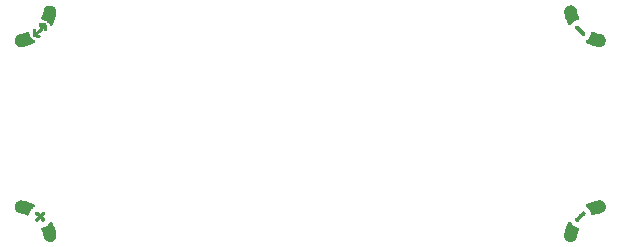
<source format=gbo>
%TF.GenerationSoftware,KiCad,Pcbnew,8.0.2-1*%
%TF.CreationDate,2024-12-23T20:39:15+00:00*%
%TF.ProjectId,jacdac-slider-MH-0.1,6a616364-6163-42d7-936c-696465722d4d,v0.1*%
%TF.SameCoordinates,PX8d24d00PY36d6160*%
%TF.FileFunction,Legend,Bot*%
%TF.FilePolarity,Positive*%
%FSLAX46Y46*%
G04 Gerber Fmt 4.6, Leading zero omitted, Abs format (unit mm)*
G04 Created by KiCad (PCBNEW 8.0.2-1) date 2024-12-23 20:39:15*
%MOMM*%
%LPD*%
G01*
G04 APERTURE LIST*
%ADD10C,0.010000*%
G04 APERTURE END LIST*
D10*
%TO.C,MH2*%
X22075573Y9972893D02*
X22135191Y9965198D01*
X22192985Y9950386D01*
X22196802Y9949124D01*
X22252860Y9926210D01*
X22305810Y9896410D01*
X22354965Y9860395D01*
X22399639Y9818832D01*
X22439146Y9772389D01*
X22472799Y9721736D01*
X22499912Y9667540D01*
X22508586Y9645531D01*
X22513136Y9631242D01*
X22518667Y9611020D01*
X22524714Y9586736D01*
X22530811Y9560260D01*
X22536492Y9533466D01*
X22536580Y9533027D01*
X22558207Y9433298D01*
X22581798Y9339530D01*
X22607914Y9249875D01*
X22637115Y9162480D01*
X22669961Y9075497D01*
X22689513Y9027800D01*
X22703193Y8993292D01*
X22712569Y8964460D01*
X22717694Y8940343D01*
X22718622Y8919985D01*
X22715407Y8902426D01*
X22708102Y8886706D01*
X22698151Y8873426D01*
X22689201Y8864161D01*
X22679491Y8856495D01*
X22667635Y8849759D01*
X22652243Y8843283D01*
X22631930Y8836396D01*
X22605307Y8828429D01*
X22604421Y8828173D01*
X22547630Y8810489D01*
X22495899Y8791444D01*
X22446356Y8769917D01*
X22413295Y8753723D01*
X22338161Y8710985D01*
X22266583Y8661461D01*
X22199287Y8605781D01*
X22137002Y8544577D01*
X22080455Y8478480D01*
X22052693Y8441159D01*
X22030760Y8412361D01*
X22010426Y8390610D01*
X21990965Y8375365D01*
X21971648Y8366085D01*
X21951751Y8362226D01*
X21946586Y8362045D01*
X21928035Y8363933D01*
X21911301Y8370266D01*
X21895676Y8381703D01*
X21880451Y8398902D01*
X21864916Y8422524D01*
X21848365Y8453227D01*
X21848208Y8453538D01*
X21790811Y8575127D01*
X21737384Y8702775D01*
X21688265Y8835485D01*
X21643791Y8972261D01*
X21604300Y9112105D01*
X21570128Y9254019D01*
X21557715Y9312659D01*
X21546908Y9372136D01*
X21539995Y9425270D01*
X21536938Y9472612D01*
X21537699Y9514715D01*
X21541569Y9548302D01*
X21556062Y9611737D01*
X21577438Y9671519D01*
X21605459Y9727297D01*
X21639884Y9778723D01*
X21680475Y9825445D01*
X21726992Y9867113D01*
X21779197Y9903378D01*
X21787507Y9908332D01*
X21840222Y9934627D01*
X21896454Y9954337D01*
X21955136Y9967356D01*
X22015199Y9973577D01*
X22075573Y9972893D01*
G36*
X22075573Y9972893D02*
G01*
X22135191Y9965198D01*
X22192985Y9950386D01*
X22196802Y9949124D01*
X22252860Y9926210D01*
X22305810Y9896410D01*
X22354965Y9860395D01*
X22399639Y9818832D01*
X22439146Y9772389D01*
X22472799Y9721736D01*
X22499912Y9667540D01*
X22508586Y9645531D01*
X22513136Y9631242D01*
X22518667Y9611020D01*
X22524714Y9586736D01*
X22530811Y9560260D01*
X22536492Y9533466D01*
X22536580Y9533027D01*
X22558207Y9433298D01*
X22581798Y9339530D01*
X22607914Y9249875D01*
X22637115Y9162480D01*
X22669961Y9075497D01*
X22689513Y9027800D01*
X22703193Y8993292D01*
X22712569Y8964460D01*
X22717694Y8940343D01*
X22718622Y8919985D01*
X22715407Y8902426D01*
X22708102Y8886706D01*
X22698151Y8873426D01*
X22689201Y8864161D01*
X22679491Y8856495D01*
X22667635Y8849759D01*
X22652243Y8843283D01*
X22631930Y8836396D01*
X22605307Y8828429D01*
X22604421Y8828173D01*
X22547630Y8810489D01*
X22495899Y8791444D01*
X22446356Y8769917D01*
X22413295Y8753723D01*
X22338161Y8710985D01*
X22266583Y8661461D01*
X22199287Y8605781D01*
X22137002Y8544577D01*
X22080455Y8478480D01*
X22052693Y8441159D01*
X22030760Y8412361D01*
X22010426Y8390610D01*
X21990965Y8375365D01*
X21971648Y8366085D01*
X21951751Y8362226D01*
X21946586Y8362045D01*
X21928035Y8363933D01*
X21911301Y8370266D01*
X21895676Y8381703D01*
X21880451Y8398902D01*
X21864916Y8422524D01*
X21848365Y8453227D01*
X21848208Y8453538D01*
X21790811Y8575127D01*
X21737384Y8702775D01*
X21688265Y8835485D01*
X21643791Y8972261D01*
X21604300Y9112105D01*
X21570128Y9254019D01*
X21557715Y9312659D01*
X21546908Y9372136D01*
X21539995Y9425270D01*
X21536938Y9472612D01*
X21537699Y9514715D01*
X21541569Y9548302D01*
X21556062Y9611737D01*
X21577438Y9671519D01*
X21605459Y9727297D01*
X21639884Y9778723D01*
X21680475Y9825445D01*
X21726992Y9867113D01*
X21779197Y9903378D01*
X21787507Y9908332D01*
X21840222Y9934627D01*
X21896454Y9954337D01*
X21955136Y9967356D01*
X22015199Y9973577D01*
X22075573Y9972893D01*
G37*
X22608844Y8267212D02*
X22615711Y8266613D01*
X22622290Y8265571D01*
X22628936Y8263774D01*
X22636007Y8260908D01*
X22643860Y8256661D01*
X22652852Y8250722D01*
X22663341Y8242777D01*
X22675684Y8232513D01*
X22690237Y8219620D01*
X22707358Y8203783D01*
X22727405Y8184691D01*
X22750734Y8162031D01*
X22777702Y8135491D01*
X22808667Y8104758D01*
X22843986Y8069519D01*
X22884017Y8029463D01*
X22929115Y7984277D01*
X22955366Y7957969D01*
X23001819Y7911408D01*
X23042986Y7870112D01*
X23079194Y7833736D01*
X23110774Y7801934D01*
X23138052Y7774362D01*
X23161358Y7750674D01*
X23181019Y7730524D01*
X23197365Y7713568D01*
X23210723Y7699460D01*
X23221422Y7687854D01*
X23229791Y7678405D01*
X23236157Y7670768D01*
X23240850Y7664598D01*
X23244197Y7659549D01*
X23246528Y7655275D01*
X23248169Y7651433D01*
X23248939Y7649255D01*
X23255659Y7617723D01*
X23255054Y7586813D01*
X23247521Y7557592D01*
X23233460Y7531124D01*
X23213269Y7508476D01*
X23190255Y7492276D01*
X23179441Y7486691D01*
X23169929Y7483227D01*
X23159213Y7481389D01*
X23144790Y7480677D01*
X23131442Y7480583D01*
X23111902Y7480927D01*
X23097720Y7482240D01*
X23086338Y7484946D01*
X23075194Y7489466D01*
X23073895Y7490082D01*
X23069465Y7492747D01*
X23063134Y7497509D01*
X23054599Y7504660D01*
X23043561Y7514488D01*
X23029718Y7527286D01*
X23012767Y7543344D01*
X22992409Y7562952D01*
X22968340Y7586402D01*
X22940261Y7613983D01*
X22907869Y7645988D01*
X22870864Y7682705D01*
X22828943Y7724427D01*
X22781805Y7771443D01*
X22771448Y7781785D01*
X22724631Y7828559D01*
X22683126Y7870084D01*
X22646606Y7906699D01*
X22614746Y7938745D01*
X22587220Y7966558D01*
X22563701Y7990479D01*
X22543864Y8010847D01*
X22527383Y8028000D01*
X22513931Y8042278D01*
X22503183Y8054020D01*
X22494812Y8063564D01*
X22488493Y8071250D01*
X22483900Y8077416D01*
X22480706Y8082402D01*
X22478759Y8086158D01*
X22470234Y8111722D01*
X22466506Y8138819D01*
X22467883Y8164430D01*
X22469884Y8173410D01*
X22482124Y8203438D01*
X22500026Y8228416D01*
X22522803Y8247781D01*
X22549667Y8260966D01*
X22579830Y8267408D01*
X22601329Y8267680D01*
X22608844Y8267212D01*
G36*
X22608844Y8267212D02*
G01*
X22615711Y8266613D01*
X22622290Y8265571D01*
X22628936Y8263774D01*
X22636007Y8260908D01*
X22643860Y8256661D01*
X22652852Y8250722D01*
X22663341Y8242777D01*
X22675684Y8232513D01*
X22690237Y8219620D01*
X22707358Y8203783D01*
X22727405Y8184691D01*
X22750734Y8162031D01*
X22777702Y8135491D01*
X22808667Y8104758D01*
X22843986Y8069519D01*
X22884017Y8029463D01*
X22929115Y7984277D01*
X22955366Y7957969D01*
X23001819Y7911408D01*
X23042986Y7870112D01*
X23079194Y7833736D01*
X23110774Y7801934D01*
X23138052Y7774362D01*
X23161358Y7750674D01*
X23181019Y7730524D01*
X23197365Y7713568D01*
X23210723Y7699460D01*
X23221422Y7687854D01*
X23229791Y7678405D01*
X23236157Y7670768D01*
X23240850Y7664598D01*
X23244197Y7659549D01*
X23246528Y7655275D01*
X23248169Y7651433D01*
X23248939Y7649255D01*
X23255659Y7617723D01*
X23255054Y7586813D01*
X23247521Y7557592D01*
X23233460Y7531124D01*
X23213269Y7508476D01*
X23190255Y7492276D01*
X23179441Y7486691D01*
X23169929Y7483227D01*
X23159213Y7481389D01*
X23144790Y7480677D01*
X23131442Y7480583D01*
X23111902Y7480927D01*
X23097720Y7482240D01*
X23086338Y7484946D01*
X23075194Y7489466D01*
X23073895Y7490082D01*
X23069465Y7492747D01*
X23063134Y7497509D01*
X23054599Y7504660D01*
X23043561Y7514488D01*
X23029718Y7527286D01*
X23012767Y7543344D01*
X22992409Y7562952D01*
X22968340Y7586402D01*
X22940261Y7613983D01*
X22907869Y7645988D01*
X22870864Y7682705D01*
X22828943Y7724427D01*
X22781805Y7771443D01*
X22771448Y7781785D01*
X22724631Y7828559D01*
X22683126Y7870084D01*
X22646606Y7906699D01*
X22614746Y7938745D01*
X22587220Y7966558D01*
X22563701Y7990479D01*
X22543864Y8010847D01*
X22527383Y8028000D01*
X22513931Y8042278D01*
X22503183Y8054020D01*
X22494812Y8063564D01*
X22488493Y8071250D01*
X22483900Y8077416D01*
X22480706Y8082402D01*
X22478759Y8086158D01*
X22470234Y8111722D01*
X22466506Y8138819D01*
X22467883Y8164430D01*
X22469884Y8173410D01*
X22482124Y8203438D01*
X22500026Y8228416D01*
X22522803Y8247781D01*
X22549667Y8260966D01*
X22579830Y8267408D01*
X22601329Y8267680D01*
X22608844Y8267212D01*
G37*
X23938825Y7724752D02*
X23964277Y7717017D01*
X23986708Y7707822D01*
X24107227Y7658378D01*
X24231516Y7615096D01*
X24360158Y7577796D01*
X24493735Y7546296D01*
X24524416Y7540012D01*
X24559099Y7532911D01*
X24587480Y7526599D01*
X24611099Y7520627D01*
X24631493Y7514550D01*
X24650202Y7507921D01*
X24668764Y7500291D01*
X24682602Y7494067D01*
X24735583Y7465328D01*
X24784650Y7430183D01*
X24829234Y7389361D01*
X24868762Y7343590D01*
X24902663Y7293598D01*
X24930366Y7240114D01*
X24951300Y7183867D01*
X24962947Y7136547D01*
X24971071Y7073788D01*
X24971608Y7012159D01*
X24964884Y6952144D01*
X24951225Y6894228D01*
X24930955Y6838899D01*
X24904400Y6786640D01*
X24871884Y6737937D01*
X24833734Y6693276D01*
X24790274Y6653141D01*
X24741829Y6618020D01*
X24688725Y6588396D01*
X24631287Y6564755D01*
X24569840Y6547583D01*
X24568130Y6547214D01*
X24550448Y6544032D01*
X24531206Y6541908D01*
X24508507Y6540711D01*
X24480459Y6540309D01*
X24468911Y6540332D01*
X24447226Y6540709D01*
X24426263Y6541713D01*
X24405020Y6543506D01*
X24382492Y6546249D01*
X24357675Y6550104D01*
X24329565Y6555233D01*
X24297158Y6561796D01*
X24259451Y6569956D01*
X24215438Y6579875D01*
X24197052Y6584093D01*
X24083639Y6612606D01*
X23967460Y6646401D01*
X23850372Y6684812D01*
X23734231Y6727172D01*
X23620894Y6772814D01*
X23512218Y6821073D01*
X23441049Y6855483D01*
X23413522Y6869968D01*
X23392491Y6882762D01*
X23376919Y6894676D01*
X23365767Y6906518D01*
X23357998Y6919098D01*
X23357125Y6920955D01*
X23351150Y6938989D01*
X23351202Y6955813D01*
X23355157Y6970054D01*
X23366011Y6989766D01*
X23384332Y7010013D01*
X23409712Y7030358D01*
X23414498Y7033659D01*
X23487730Y7087733D01*
X23555198Y7146937D01*
X23616660Y7210978D01*
X23671876Y7279564D01*
X23720602Y7352400D01*
X23762597Y7429196D01*
X23788105Y7485746D01*
X23800450Y7516937D01*
X23811670Y7548330D01*
X23822420Y7581951D01*
X23833357Y7619828D01*
X23842213Y7652766D01*
X23847525Y7671009D01*
X23852940Y7684057D01*
X23859779Y7694558D01*
X23867232Y7702979D01*
X23882795Y7716418D01*
X23899182Y7724497D01*
X23917493Y7727260D01*
X23938825Y7724752D01*
G36*
X23938825Y7724752D02*
G01*
X23964277Y7717017D01*
X23986708Y7707822D01*
X24107227Y7658378D01*
X24231516Y7615096D01*
X24360158Y7577796D01*
X24493735Y7546296D01*
X24524416Y7540012D01*
X24559099Y7532911D01*
X24587480Y7526599D01*
X24611099Y7520627D01*
X24631493Y7514550D01*
X24650202Y7507921D01*
X24668764Y7500291D01*
X24682602Y7494067D01*
X24735583Y7465328D01*
X24784650Y7430183D01*
X24829234Y7389361D01*
X24868762Y7343590D01*
X24902663Y7293598D01*
X24930366Y7240114D01*
X24951300Y7183867D01*
X24962947Y7136547D01*
X24971071Y7073788D01*
X24971608Y7012159D01*
X24964884Y6952144D01*
X24951225Y6894228D01*
X24930955Y6838899D01*
X24904400Y6786640D01*
X24871884Y6737937D01*
X24833734Y6693276D01*
X24790274Y6653141D01*
X24741829Y6618020D01*
X24688725Y6588396D01*
X24631287Y6564755D01*
X24569840Y6547583D01*
X24568130Y6547214D01*
X24550448Y6544032D01*
X24531206Y6541908D01*
X24508507Y6540711D01*
X24480459Y6540309D01*
X24468911Y6540332D01*
X24447226Y6540709D01*
X24426263Y6541713D01*
X24405020Y6543506D01*
X24382492Y6546249D01*
X24357675Y6550104D01*
X24329565Y6555233D01*
X24297158Y6561796D01*
X24259451Y6569956D01*
X24215438Y6579875D01*
X24197052Y6584093D01*
X24083639Y6612606D01*
X23967460Y6646401D01*
X23850372Y6684812D01*
X23734231Y6727172D01*
X23620894Y6772814D01*
X23512218Y6821073D01*
X23441049Y6855483D01*
X23413522Y6869968D01*
X23392491Y6882762D01*
X23376919Y6894676D01*
X23365767Y6906518D01*
X23357998Y6919098D01*
X23357125Y6920955D01*
X23351150Y6938989D01*
X23351202Y6955813D01*
X23355157Y6970054D01*
X23366011Y6989766D01*
X23384332Y7010013D01*
X23409712Y7030358D01*
X23414498Y7033659D01*
X23487730Y7087733D01*
X23555198Y7146937D01*
X23616660Y7210978D01*
X23671876Y7279564D01*
X23720602Y7352400D01*
X23762597Y7429196D01*
X23788105Y7485746D01*
X23800450Y7516937D01*
X23811670Y7548330D01*
X23822420Y7581951D01*
X23833357Y7619828D01*
X23842213Y7652766D01*
X23847525Y7671009D01*
X23852940Y7684057D01*
X23859779Y7694558D01*
X23867232Y7702979D01*
X23882795Y7716418D01*
X23899182Y7724497D01*
X23917493Y7727260D01*
X23938825Y7724752D01*
G37*
%TO.C,MH4*%
X24512315Y-6537096D02*
X24545902Y-6540966D01*
X24609337Y-6555459D01*
X24669119Y-6576835D01*
X24724897Y-6604856D01*
X24776323Y-6639281D01*
X24823045Y-6679872D01*
X24864713Y-6726389D01*
X24900978Y-6778594D01*
X24905932Y-6786904D01*
X24932227Y-6839619D01*
X24951937Y-6895851D01*
X24964956Y-6954533D01*
X24971177Y-7014596D01*
X24970493Y-7074970D01*
X24962798Y-7134588D01*
X24947986Y-7192382D01*
X24946724Y-7196199D01*
X24923810Y-7252257D01*
X24894010Y-7305207D01*
X24857995Y-7354362D01*
X24816432Y-7399036D01*
X24769989Y-7438543D01*
X24719336Y-7472196D01*
X24665140Y-7499309D01*
X24643131Y-7507983D01*
X24628842Y-7512533D01*
X24608620Y-7518064D01*
X24584336Y-7524111D01*
X24557860Y-7530208D01*
X24531066Y-7535889D01*
X24530627Y-7535977D01*
X24430898Y-7557604D01*
X24337130Y-7581195D01*
X24247475Y-7607311D01*
X24160080Y-7636512D01*
X24073097Y-7669358D01*
X24025400Y-7688910D01*
X23990892Y-7702590D01*
X23962060Y-7711966D01*
X23937943Y-7717091D01*
X23917585Y-7718019D01*
X23900026Y-7714804D01*
X23884306Y-7707499D01*
X23871026Y-7697548D01*
X23861761Y-7688598D01*
X23854095Y-7678888D01*
X23847359Y-7667032D01*
X23840883Y-7651640D01*
X23833996Y-7631327D01*
X23826029Y-7604704D01*
X23825773Y-7603818D01*
X23808089Y-7547027D01*
X23789044Y-7495296D01*
X23767517Y-7445753D01*
X23751323Y-7412692D01*
X23708585Y-7337558D01*
X23659061Y-7265980D01*
X23603381Y-7198684D01*
X23542177Y-7136399D01*
X23476080Y-7079852D01*
X23438759Y-7052090D01*
X23409961Y-7030157D01*
X23388210Y-7009823D01*
X23372965Y-6990362D01*
X23363685Y-6971045D01*
X23359826Y-6951148D01*
X23359645Y-6945983D01*
X23361533Y-6927432D01*
X23367866Y-6910698D01*
X23379303Y-6895073D01*
X23396502Y-6879848D01*
X23420124Y-6864313D01*
X23450827Y-6847762D01*
X23451138Y-6847605D01*
X23572727Y-6790208D01*
X23700375Y-6736781D01*
X23833085Y-6687662D01*
X23969861Y-6643188D01*
X24109705Y-6603697D01*
X24251619Y-6569525D01*
X24310259Y-6557112D01*
X24369736Y-6546305D01*
X24422870Y-6539392D01*
X24470212Y-6536335D01*
X24512315Y-6537096D01*
G36*
X24512315Y-6537096D02*
G01*
X24545902Y-6540966D01*
X24609337Y-6555459D01*
X24669119Y-6576835D01*
X24724897Y-6604856D01*
X24776323Y-6639281D01*
X24823045Y-6679872D01*
X24864713Y-6726389D01*
X24900978Y-6778594D01*
X24905932Y-6786904D01*
X24932227Y-6839619D01*
X24951937Y-6895851D01*
X24964956Y-6954533D01*
X24971177Y-7014596D01*
X24970493Y-7074970D01*
X24962798Y-7134588D01*
X24947986Y-7192382D01*
X24946724Y-7196199D01*
X24923810Y-7252257D01*
X24894010Y-7305207D01*
X24857995Y-7354362D01*
X24816432Y-7399036D01*
X24769989Y-7438543D01*
X24719336Y-7472196D01*
X24665140Y-7499309D01*
X24643131Y-7507983D01*
X24628842Y-7512533D01*
X24608620Y-7518064D01*
X24584336Y-7524111D01*
X24557860Y-7530208D01*
X24531066Y-7535889D01*
X24530627Y-7535977D01*
X24430898Y-7557604D01*
X24337130Y-7581195D01*
X24247475Y-7607311D01*
X24160080Y-7636512D01*
X24073097Y-7669358D01*
X24025400Y-7688910D01*
X23990892Y-7702590D01*
X23962060Y-7711966D01*
X23937943Y-7717091D01*
X23917585Y-7718019D01*
X23900026Y-7714804D01*
X23884306Y-7707499D01*
X23871026Y-7697548D01*
X23861761Y-7688598D01*
X23854095Y-7678888D01*
X23847359Y-7667032D01*
X23840883Y-7651640D01*
X23833996Y-7631327D01*
X23826029Y-7604704D01*
X23825773Y-7603818D01*
X23808089Y-7547027D01*
X23789044Y-7495296D01*
X23767517Y-7445753D01*
X23751323Y-7412692D01*
X23708585Y-7337558D01*
X23659061Y-7265980D01*
X23603381Y-7198684D01*
X23542177Y-7136399D01*
X23476080Y-7079852D01*
X23438759Y-7052090D01*
X23409961Y-7030157D01*
X23388210Y-7009823D01*
X23372965Y-6990362D01*
X23363685Y-6971045D01*
X23359826Y-6951148D01*
X23359645Y-6945983D01*
X23361533Y-6927432D01*
X23367866Y-6910698D01*
X23379303Y-6895073D01*
X23396502Y-6879848D01*
X23420124Y-6864313D01*
X23450827Y-6847762D01*
X23451138Y-6847605D01*
X23572727Y-6790208D01*
X23700375Y-6736781D01*
X23833085Y-6687662D01*
X23969861Y-6643188D01*
X24109705Y-6603697D01*
X24251619Y-6569525D01*
X24310259Y-6557112D01*
X24369736Y-6546305D01*
X24422870Y-6539392D01*
X24470212Y-6536335D01*
X24512315Y-6537096D01*
G37*
X21953413Y-8350599D02*
X21967654Y-8354554D01*
X21987366Y-8365408D01*
X22007613Y-8383729D01*
X22027958Y-8409109D01*
X22031259Y-8413895D01*
X22085333Y-8487127D01*
X22144537Y-8554595D01*
X22208578Y-8616057D01*
X22277164Y-8671273D01*
X22350000Y-8719999D01*
X22426796Y-8761994D01*
X22483346Y-8787502D01*
X22514537Y-8799847D01*
X22545930Y-8811067D01*
X22579551Y-8821817D01*
X22617428Y-8832754D01*
X22650366Y-8841610D01*
X22668609Y-8846922D01*
X22681657Y-8852337D01*
X22692158Y-8859176D01*
X22700579Y-8866629D01*
X22714018Y-8882192D01*
X22722097Y-8898579D01*
X22724860Y-8916890D01*
X22722352Y-8938222D01*
X22714617Y-8963674D01*
X22705422Y-8986105D01*
X22655978Y-9106624D01*
X22612696Y-9230913D01*
X22575396Y-9359555D01*
X22543896Y-9493132D01*
X22537612Y-9523813D01*
X22530511Y-9558496D01*
X22524199Y-9586877D01*
X22518227Y-9610496D01*
X22512150Y-9630890D01*
X22505521Y-9649599D01*
X22497891Y-9668161D01*
X22491667Y-9681999D01*
X22462928Y-9734980D01*
X22427783Y-9784047D01*
X22386961Y-9828631D01*
X22341190Y-9868159D01*
X22291198Y-9902060D01*
X22237714Y-9929763D01*
X22181467Y-9950697D01*
X22134147Y-9962344D01*
X22071388Y-9970468D01*
X22009759Y-9971005D01*
X21949744Y-9964281D01*
X21891828Y-9950622D01*
X21836499Y-9930352D01*
X21784240Y-9903797D01*
X21735537Y-9871281D01*
X21690876Y-9833131D01*
X21650741Y-9789671D01*
X21615620Y-9741226D01*
X21585996Y-9688122D01*
X21562355Y-9630684D01*
X21545183Y-9569237D01*
X21544814Y-9567527D01*
X21541632Y-9549845D01*
X21539508Y-9530603D01*
X21538311Y-9507904D01*
X21537909Y-9479856D01*
X21537932Y-9468308D01*
X21538309Y-9446623D01*
X21539313Y-9425660D01*
X21541106Y-9404417D01*
X21543849Y-9381889D01*
X21547704Y-9357072D01*
X21552833Y-9328962D01*
X21559396Y-9296555D01*
X21567556Y-9258848D01*
X21577475Y-9214835D01*
X21581693Y-9196449D01*
X21610206Y-9083036D01*
X21644001Y-8966857D01*
X21682412Y-8849769D01*
X21724772Y-8733628D01*
X21770414Y-8620291D01*
X21818673Y-8511615D01*
X21853083Y-8440446D01*
X21867568Y-8412919D01*
X21880362Y-8391888D01*
X21892276Y-8376316D01*
X21904118Y-8365164D01*
X21916698Y-8357395D01*
X21918555Y-8356522D01*
X21936589Y-8350547D01*
X21953413Y-8350599D01*
G36*
X21953413Y-8350599D02*
G01*
X21967654Y-8354554D01*
X21987366Y-8365408D01*
X22007613Y-8383729D01*
X22027958Y-8409109D01*
X22031259Y-8413895D01*
X22085333Y-8487127D01*
X22144537Y-8554595D01*
X22208578Y-8616057D01*
X22277164Y-8671273D01*
X22350000Y-8719999D01*
X22426796Y-8761994D01*
X22483346Y-8787502D01*
X22514537Y-8799847D01*
X22545930Y-8811067D01*
X22579551Y-8821817D01*
X22617428Y-8832754D01*
X22650366Y-8841610D01*
X22668609Y-8846922D01*
X22681657Y-8852337D01*
X22692158Y-8859176D01*
X22700579Y-8866629D01*
X22714018Y-8882192D01*
X22722097Y-8898579D01*
X22724860Y-8916890D01*
X22722352Y-8938222D01*
X22714617Y-8963674D01*
X22705422Y-8986105D01*
X22655978Y-9106624D01*
X22612696Y-9230913D01*
X22575396Y-9359555D01*
X22543896Y-9493132D01*
X22537612Y-9523813D01*
X22530511Y-9558496D01*
X22524199Y-9586877D01*
X22518227Y-9610496D01*
X22512150Y-9630890D01*
X22505521Y-9649599D01*
X22497891Y-9668161D01*
X22491667Y-9681999D01*
X22462928Y-9734980D01*
X22427783Y-9784047D01*
X22386961Y-9828631D01*
X22341190Y-9868159D01*
X22291198Y-9902060D01*
X22237714Y-9929763D01*
X22181467Y-9950697D01*
X22134147Y-9962344D01*
X22071388Y-9970468D01*
X22009759Y-9971005D01*
X21949744Y-9964281D01*
X21891828Y-9950622D01*
X21836499Y-9930352D01*
X21784240Y-9903797D01*
X21735537Y-9871281D01*
X21690876Y-9833131D01*
X21650741Y-9789671D01*
X21615620Y-9741226D01*
X21585996Y-9688122D01*
X21562355Y-9630684D01*
X21545183Y-9569237D01*
X21544814Y-9567527D01*
X21541632Y-9549845D01*
X21539508Y-9530603D01*
X21538311Y-9507904D01*
X21537909Y-9479856D01*
X21537932Y-9468308D01*
X21538309Y-9446623D01*
X21539313Y-9425660D01*
X21541106Y-9404417D01*
X21543849Y-9381889D01*
X21547704Y-9357072D01*
X21552833Y-9328962D01*
X21559396Y-9296555D01*
X21567556Y-9258848D01*
X21577475Y-9214835D01*
X21581693Y-9196449D01*
X21610206Y-9083036D01*
X21644001Y-8966857D01*
X21682412Y-8849769D01*
X21724772Y-8733628D01*
X21770414Y-8620291D01*
X21818673Y-8511615D01*
X21853083Y-8440446D01*
X21867568Y-8412919D01*
X21880362Y-8391888D01*
X21892276Y-8376316D01*
X21904118Y-8365164D01*
X21916698Y-8357395D01*
X21918555Y-8356522D01*
X21936589Y-8350547D01*
X21953413Y-8350599D01*
G37*
X23162030Y-7467280D02*
X23171010Y-7469281D01*
X23201038Y-7481521D01*
X23226016Y-7499423D01*
X23245381Y-7522200D01*
X23258566Y-7549064D01*
X23265008Y-7579227D01*
X23265280Y-7600726D01*
X23264812Y-7608241D01*
X23264213Y-7615108D01*
X23263171Y-7621687D01*
X23261374Y-7628333D01*
X23258508Y-7635404D01*
X23254261Y-7643257D01*
X23248322Y-7652249D01*
X23240377Y-7662738D01*
X23230113Y-7675081D01*
X23217220Y-7689634D01*
X23201383Y-7706755D01*
X23182291Y-7726802D01*
X23159631Y-7750131D01*
X23133091Y-7777099D01*
X23102358Y-7808064D01*
X23067119Y-7843383D01*
X23027063Y-7883414D01*
X22981877Y-7928512D01*
X22955569Y-7954763D01*
X22909008Y-8001216D01*
X22867712Y-8042383D01*
X22831336Y-8078591D01*
X22799534Y-8110171D01*
X22771962Y-8137449D01*
X22748274Y-8160755D01*
X22728124Y-8180416D01*
X22711168Y-8196762D01*
X22697060Y-8210120D01*
X22685454Y-8220819D01*
X22676005Y-8229188D01*
X22668368Y-8235554D01*
X22662198Y-8240247D01*
X22657149Y-8243594D01*
X22652875Y-8245925D01*
X22649033Y-8247566D01*
X22646855Y-8248336D01*
X22615323Y-8255056D01*
X22584413Y-8254451D01*
X22555192Y-8246918D01*
X22528724Y-8232857D01*
X22506076Y-8212666D01*
X22489876Y-8189652D01*
X22484291Y-8178838D01*
X22480827Y-8169326D01*
X22478989Y-8158610D01*
X22478277Y-8144187D01*
X22478183Y-8130839D01*
X22478527Y-8111299D01*
X22479840Y-8097117D01*
X22482546Y-8085735D01*
X22487066Y-8074591D01*
X22487682Y-8073292D01*
X22490347Y-8068862D01*
X22495109Y-8062531D01*
X22502260Y-8053996D01*
X22512088Y-8042958D01*
X22524886Y-8029115D01*
X22540944Y-8012164D01*
X22560552Y-7991806D01*
X22584002Y-7967737D01*
X22611583Y-7939658D01*
X22643588Y-7907266D01*
X22680305Y-7870261D01*
X22722027Y-7828340D01*
X22769043Y-7781202D01*
X22779385Y-7770845D01*
X22826159Y-7724028D01*
X22867684Y-7682523D01*
X22904299Y-7646003D01*
X22936345Y-7614143D01*
X22964158Y-7586617D01*
X22988079Y-7563098D01*
X23008447Y-7543261D01*
X23025600Y-7526780D01*
X23039878Y-7513328D01*
X23051620Y-7502580D01*
X23061164Y-7494209D01*
X23068850Y-7487890D01*
X23075016Y-7483297D01*
X23080002Y-7480103D01*
X23083758Y-7478156D01*
X23109322Y-7469631D01*
X23136419Y-7465903D01*
X23162030Y-7467280D01*
G36*
X23162030Y-7467280D02*
G01*
X23171010Y-7469281D01*
X23201038Y-7481521D01*
X23226016Y-7499423D01*
X23245381Y-7522200D01*
X23258566Y-7549064D01*
X23265008Y-7579227D01*
X23265280Y-7600726D01*
X23264812Y-7608241D01*
X23264213Y-7615108D01*
X23263171Y-7621687D01*
X23261374Y-7628333D01*
X23258508Y-7635404D01*
X23254261Y-7643257D01*
X23248322Y-7652249D01*
X23240377Y-7662738D01*
X23230113Y-7675081D01*
X23217220Y-7689634D01*
X23201383Y-7706755D01*
X23182291Y-7726802D01*
X23159631Y-7750131D01*
X23133091Y-7777099D01*
X23102358Y-7808064D01*
X23067119Y-7843383D01*
X23027063Y-7883414D01*
X22981877Y-7928512D01*
X22955569Y-7954763D01*
X22909008Y-8001216D01*
X22867712Y-8042383D01*
X22831336Y-8078591D01*
X22799534Y-8110171D01*
X22771962Y-8137449D01*
X22748274Y-8160755D01*
X22728124Y-8180416D01*
X22711168Y-8196762D01*
X22697060Y-8210120D01*
X22685454Y-8220819D01*
X22676005Y-8229188D01*
X22668368Y-8235554D01*
X22662198Y-8240247D01*
X22657149Y-8243594D01*
X22652875Y-8245925D01*
X22649033Y-8247566D01*
X22646855Y-8248336D01*
X22615323Y-8255056D01*
X22584413Y-8254451D01*
X22555192Y-8246918D01*
X22528724Y-8232857D01*
X22506076Y-8212666D01*
X22489876Y-8189652D01*
X22484291Y-8178838D01*
X22480827Y-8169326D01*
X22478989Y-8158610D01*
X22478277Y-8144187D01*
X22478183Y-8130839D01*
X22478527Y-8111299D01*
X22479840Y-8097117D01*
X22482546Y-8085735D01*
X22487066Y-8074591D01*
X22487682Y-8073292D01*
X22490347Y-8068862D01*
X22495109Y-8062531D01*
X22502260Y-8053996D01*
X22512088Y-8042958D01*
X22524886Y-8029115D01*
X22540944Y-8012164D01*
X22560552Y-7991806D01*
X22584002Y-7967737D01*
X22611583Y-7939658D01*
X22643588Y-7907266D01*
X22680305Y-7870261D01*
X22722027Y-7828340D01*
X22769043Y-7781202D01*
X22779385Y-7770845D01*
X22826159Y-7724028D01*
X22867684Y-7682523D01*
X22904299Y-7646003D01*
X22936345Y-7614143D01*
X22964158Y-7586617D01*
X22988079Y-7563098D01*
X23008447Y-7543261D01*
X23025600Y-7526780D01*
X23039878Y-7513328D01*
X23051620Y-7502580D01*
X23061164Y-7494209D01*
X23068850Y-7487890D01*
X23075016Y-7483297D01*
X23080002Y-7480103D01*
X23083758Y-7478156D01*
X23109322Y-7469631D01*
X23136419Y-7465903D01*
X23162030Y-7467280D01*
G37*
%TO.C,MH1*%
X-23899840Y7710688D02*
X-23884120Y7703383D01*
X-23870840Y7693432D01*
X-23861575Y7684482D01*
X-23853909Y7674772D01*
X-23847173Y7662916D01*
X-23840697Y7647524D01*
X-23833810Y7627211D01*
X-23825843Y7600588D01*
X-23825587Y7599702D01*
X-23807903Y7542911D01*
X-23788858Y7491180D01*
X-23767331Y7441637D01*
X-23751137Y7408576D01*
X-23708399Y7333442D01*
X-23658875Y7261864D01*
X-23603195Y7194568D01*
X-23541991Y7132283D01*
X-23475894Y7075736D01*
X-23438573Y7047974D01*
X-23409775Y7026041D01*
X-23388024Y7005707D01*
X-23372779Y6986246D01*
X-23363499Y6966929D01*
X-23359640Y6947032D01*
X-23359459Y6941867D01*
X-23361347Y6923316D01*
X-23367680Y6906582D01*
X-23379117Y6890957D01*
X-23396316Y6875732D01*
X-23419938Y6860197D01*
X-23450641Y6843646D01*
X-23450952Y6843489D01*
X-23572541Y6786092D01*
X-23700189Y6732665D01*
X-23832899Y6683546D01*
X-23969675Y6639072D01*
X-24109519Y6599581D01*
X-24251433Y6565409D01*
X-24310073Y6552996D01*
X-24369550Y6542189D01*
X-24422684Y6535276D01*
X-24470026Y6532219D01*
X-24512129Y6532980D01*
X-24545716Y6536850D01*
X-24609151Y6551343D01*
X-24668933Y6572719D01*
X-24724711Y6600740D01*
X-24776137Y6635165D01*
X-24822859Y6675756D01*
X-24864527Y6722273D01*
X-24900792Y6774478D01*
X-24905746Y6782788D01*
X-24932041Y6835503D01*
X-24951751Y6891735D01*
X-24964770Y6950417D01*
X-24970991Y7010480D01*
X-24970307Y7070854D01*
X-24962612Y7130472D01*
X-24947800Y7188266D01*
X-24946538Y7192083D01*
X-24923624Y7248141D01*
X-24893824Y7301091D01*
X-24857809Y7350246D01*
X-24816246Y7394920D01*
X-24769803Y7434427D01*
X-24719150Y7468080D01*
X-24664954Y7495193D01*
X-24642945Y7503867D01*
X-24628656Y7508417D01*
X-24608434Y7513948D01*
X-24584150Y7519995D01*
X-24557674Y7526092D01*
X-24530880Y7531773D01*
X-24530441Y7531861D01*
X-24430712Y7553488D01*
X-24336944Y7577079D01*
X-24247289Y7603195D01*
X-24159894Y7632396D01*
X-24072911Y7665242D01*
X-24025214Y7684794D01*
X-23990706Y7698474D01*
X-23961874Y7707850D01*
X-23937757Y7712975D01*
X-23917399Y7713903D01*
X-23899840Y7710688D01*
G36*
X-23899840Y7710688D02*
G01*
X-23884120Y7703383D01*
X-23870840Y7693432D01*
X-23861575Y7684482D01*
X-23853909Y7674772D01*
X-23847173Y7662916D01*
X-23840697Y7647524D01*
X-23833810Y7627211D01*
X-23825843Y7600588D01*
X-23825587Y7599702D01*
X-23807903Y7542911D01*
X-23788858Y7491180D01*
X-23767331Y7441637D01*
X-23751137Y7408576D01*
X-23708399Y7333442D01*
X-23658875Y7261864D01*
X-23603195Y7194568D01*
X-23541991Y7132283D01*
X-23475894Y7075736D01*
X-23438573Y7047974D01*
X-23409775Y7026041D01*
X-23388024Y7005707D01*
X-23372779Y6986246D01*
X-23363499Y6966929D01*
X-23359640Y6947032D01*
X-23359459Y6941867D01*
X-23361347Y6923316D01*
X-23367680Y6906582D01*
X-23379117Y6890957D01*
X-23396316Y6875732D01*
X-23419938Y6860197D01*
X-23450641Y6843646D01*
X-23450952Y6843489D01*
X-23572541Y6786092D01*
X-23700189Y6732665D01*
X-23832899Y6683546D01*
X-23969675Y6639072D01*
X-24109519Y6599581D01*
X-24251433Y6565409D01*
X-24310073Y6552996D01*
X-24369550Y6542189D01*
X-24422684Y6535276D01*
X-24470026Y6532219D01*
X-24512129Y6532980D01*
X-24545716Y6536850D01*
X-24609151Y6551343D01*
X-24668933Y6572719D01*
X-24724711Y6600740D01*
X-24776137Y6635165D01*
X-24822859Y6675756D01*
X-24864527Y6722273D01*
X-24900792Y6774478D01*
X-24905746Y6782788D01*
X-24932041Y6835503D01*
X-24951751Y6891735D01*
X-24964770Y6950417D01*
X-24970991Y7010480D01*
X-24970307Y7070854D01*
X-24962612Y7130472D01*
X-24947800Y7188266D01*
X-24946538Y7192083D01*
X-24923624Y7248141D01*
X-24893824Y7301091D01*
X-24857809Y7350246D01*
X-24816246Y7394920D01*
X-24769803Y7434427D01*
X-24719150Y7468080D01*
X-24664954Y7495193D01*
X-24642945Y7503867D01*
X-24628656Y7508417D01*
X-24608434Y7513948D01*
X-24584150Y7519995D01*
X-24557674Y7526092D01*
X-24530880Y7531773D01*
X-24530441Y7531861D01*
X-24430712Y7553488D01*
X-24336944Y7577079D01*
X-24247289Y7603195D01*
X-24159894Y7632396D01*
X-24072911Y7665242D01*
X-24025214Y7684794D01*
X-23990706Y7698474D01*
X-23961874Y7707850D01*
X-23937757Y7712975D01*
X-23917399Y7713903D01*
X-23899840Y7710688D01*
G37*
X-21949558Y9960165D02*
X-21891642Y9946506D01*
X-21836313Y9926236D01*
X-21784054Y9899681D01*
X-21735351Y9867165D01*
X-21690690Y9829015D01*
X-21650555Y9785555D01*
X-21615434Y9737110D01*
X-21585810Y9684006D01*
X-21562169Y9626568D01*
X-21544997Y9565121D01*
X-21544628Y9563411D01*
X-21541446Y9545729D01*
X-21539322Y9526487D01*
X-21538125Y9503788D01*
X-21537723Y9475740D01*
X-21537746Y9464192D01*
X-21538123Y9442507D01*
X-21539127Y9421544D01*
X-21540920Y9400301D01*
X-21543663Y9377773D01*
X-21547518Y9352956D01*
X-21552647Y9324846D01*
X-21559210Y9292439D01*
X-21567370Y9254732D01*
X-21577289Y9210719D01*
X-21581507Y9192333D01*
X-21610020Y9078920D01*
X-21643815Y8962741D01*
X-21682226Y8845653D01*
X-21724586Y8729512D01*
X-21770228Y8616175D01*
X-21818487Y8507499D01*
X-21852897Y8436330D01*
X-21867382Y8408803D01*
X-21880176Y8387772D01*
X-21892090Y8372200D01*
X-21903932Y8361048D01*
X-21916512Y8353279D01*
X-21918369Y8352406D01*
X-21936403Y8346431D01*
X-21953227Y8346483D01*
X-21967468Y8350438D01*
X-21987180Y8361292D01*
X-22007427Y8379613D01*
X-22027772Y8404993D01*
X-22031073Y8409779D01*
X-22085147Y8483011D01*
X-22144351Y8550479D01*
X-22208392Y8611941D01*
X-22276978Y8667157D01*
X-22349814Y8715883D01*
X-22426610Y8757878D01*
X-22483160Y8783386D01*
X-22514351Y8795731D01*
X-22545744Y8806951D01*
X-22579365Y8817701D01*
X-22617242Y8828638D01*
X-22650180Y8837494D01*
X-22668423Y8842806D01*
X-22681471Y8848221D01*
X-22691972Y8855060D01*
X-22700393Y8862513D01*
X-22713832Y8878076D01*
X-22721911Y8894463D01*
X-22724674Y8912774D01*
X-22722166Y8934106D01*
X-22714431Y8959558D01*
X-22705236Y8981989D01*
X-22655792Y9102508D01*
X-22612510Y9226797D01*
X-22575210Y9355439D01*
X-22543710Y9489016D01*
X-22537426Y9519697D01*
X-22530325Y9554380D01*
X-22524013Y9582761D01*
X-22518041Y9606380D01*
X-22511964Y9626774D01*
X-22505335Y9645483D01*
X-22497705Y9664045D01*
X-22491481Y9677883D01*
X-22462742Y9730864D01*
X-22427597Y9779931D01*
X-22386775Y9824515D01*
X-22341004Y9864043D01*
X-22291012Y9897944D01*
X-22237528Y9925647D01*
X-22181281Y9946581D01*
X-22133961Y9958228D01*
X-22071202Y9966352D01*
X-22009573Y9966889D01*
X-21949558Y9960165D01*
G36*
X-21949558Y9960165D02*
G01*
X-21891642Y9946506D01*
X-21836313Y9926236D01*
X-21784054Y9899681D01*
X-21735351Y9867165D01*
X-21690690Y9829015D01*
X-21650555Y9785555D01*
X-21615434Y9737110D01*
X-21585810Y9684006D01*
X-21562169Y9626568D01*
X-21544997Y9565121D01*
X-21544628Y9563411D01*
X-21541446Y9545729D01*
X-21539322Y9526487D01*
X-21538125Y9503788D01*
X-21537723Y9475740D01*
X-21537746Y9464192D01*
X-21538123Y9442507D01*
X-21539127Y9421544D01*
X-21540920Y9400301D01*
X-21543663Y9377773D01*
X-21547518Y9352956D01*
X-21552647Y9324846D01*
X-21559210Y9292439D01*
X-21567370Y9254732D01*
X-21577289Y9210719D01*
X-21581507Y9192333D01*
X-21610020Y9078920D01*
X-21643815Y8962741D01*
X-21682226Y8845653D01*
X-21724586Y8729512D01*
X-21770228Y8616175D01*
X-21818487Y8507499D01*
X-21852897Y8436330D01*
X-21867382Y8408803D01*
X-21880176Y8387772D01*
X-21892090Y8372200D01*
X-21903932Y8361048D01*
X-21916512Y8353279D01*
X-21918369Y8352406D01*
X-21936403Y8346431D01*
X-21953227Y8346483D01*
X-21967468Y8350438D01*
X-21987180Y8361292D01*
X-22007427Y8379613D01*
X-22027772Y8404993D01*
X-22031073Y8409779D01*
X-22085147Y8483011D01*
X-22144351Y8550479D01*
X-22208392Y8611941D01*
X-22276978Y8667157D01*
X-22349814Y8715883D01*
X-22426610Y8757878D01*
X-22483160Y8783386D01*
X-22514351Y8795731D01*
X-22545744Y8806951D01*
X-22579365Y8817701D01*
X-22617242Y8828638D01*
X-22650180Y8837494D01*
X-22668423Y8842806D01*
X-22681471Y8848221D01*
X-22691972Y8855060D01*
X-22700393Y8862513D01*
X-22713832Y8878076D01*
X-22721911Y8894463D01*
X-22724674Y8912774D01*
X-22722166Y8934106D01*
X-22714431Y8959558D01*
X-22705236Y8981989D01*
X-22655792Y9102508D01*
X-22612510Y9226797D01*
X-22575210Y9355439D01*
X-22543710Y9489016D01*
X-22537426Y9519697D01*
X-22530325Y9554380D01*
X-22524013Y9582761D01*
X-22518041Y9606380D01*
X-22511964Y9626774D01*
X-22505335Y9645483D01*
X-22497705Y9664045D01*
X-22491481Y9677883D01*
X-22462742Y9730864D01*
X-22427597Y9779931D01*
X-22386775Y9824515D01*
X-22341004Y9864043D01*
X-22291012Y9897944D01*
X-22237528Y9925647D01*
X-22181281Y9946581D01*
X-22133961Y9958228D01*
X-22071202Y9966352D01*
X-22009573Y9966889D01*
X-21949558Y9960165D01*
G37*
X-22493080Y8462212D02*
X-22475996Y8461545D01*
X-22462479Y8460274D01*
X-22451804Y8458344D01*
X-22443241Y8455699D01*
X-22436066Y8452282D01*
X-22429548Y8448040D01*
X-22422962Y8442914D01*
X-22419690Y8440230D01*
X-22408818Y8428720D01*
X-22398500Y8413530D01*
X-22390198Y8397311D01*
X-22385378Y8382711D01*
X-22384731Y8376967D01*
X-22383862Y8371125D01*
X-22381375Y8358362D01*
X-22377445Y8339492D01*
X-22372249Y8315326D01*
X-22365964Y8286676D01*
X-22358765Y8254355D01*
X-22350829Y8219174D01*
X-22343059Y8185111D01*
X-22332429Y8138496D01*
X-22323568Y8098904D01*
X-22316374Y8065644D01*
X-22310745Y8038025D01*
X-22306578Y8015357D01*
X-22303773Y7996949D01*
X-22302227Y7982110D01*
X-22301838Y7970148D01*
X-22302505Y7960374D01*
X-22304125Y7952096D01*
X-22306597Y7944623D01*
X-22307332Y7942809D01*
X-22319147Y7922743D01*
X-22336065Y7904491D01*
X-22354590Y7891433D01*
X-22372955Y7885113D01*
X-22395198Y7882434D01*
X-22418164Y7883397D01*
X-22438699Y7888005D01*
X-22446518Y7891379D01*
X-22462601Y7902393D01*
X-22477976Y7917153D01*
X-22490130Y7933021D01*
X-22494924Y7942205D01*
X-22497256Y7949647D01*
X-22500953Y7963448D01*
X-22505667Y7982221D01*
X-22511051Y8004574D01*
X-22516756Y8029118D01*
X-22517679Y8033174D01*
X-22523140Y8057057D01*
X-22528037Y8078151D01*
X-22532091Y8095288D01*
X-22535027Y8107299D01*
X-22536567Y8113019D01*
X-22536699Y8113326D01*
X-22539388Y8110758D01*
X-22546119Y8102977D01*
X-22556031Y8091013D01*
X-22568266Y8075897D01*
X-22576173Y8065985D01*
X-22675778Y7946850D01*
X-22781374Y7832921D01*
X-22892952Y7724207D01*
X-23010506Y7620714D01*
X-23070383Y7571835D01*
X-23087489Y7557937D01*
X-23101915Y7545681D01*
X-23112713Y7535919D01*
X-23118935Y7529499D01*
X-23119992Y7527349D01*
X-23115406Y7525660D01*
X-23104277Y7522381D01*
X-23087771Y7517831D01*
X-23067049Y7512328D01*
X-23043275Y7506190D01*
X-23033622Y7503742D01*
X-23002672Y7495885D01*
X-22978372Y7489537D01*
X-22959665Y7484311D01*
X-22945494Y7479819D01*
X-22934802Y7475675D01*
X-22926530Y7471492D01*
X-22919621Y7466883D01*
X-22913018Y7461461D01*
X-22909519Y7458341D01*
X-22892287Y7437880D01*
X-22881611Y7414547D01*
X-22877307Y7389655D01*
X-22879187Y7364520D01*
X-22887067Y7340457D01*
X-22900759Y7318780D01*
X-22920078Y7300804D01*
X-22932907Y7293037D01*
X-22944041Y7288006D01*
X-22955193Y7284698D01*
X-22967466Y7283199D01*
X-22981962Y7283598D01*
X-22999784Y7285980D01*
X-23022034Y7290434D01*
X-23049815Y7297046D01*
X-23079262Y7304601D01*
X-23107506Y7311970D01*
X-23141348Y7320770D01*
X-23178698Y7330458D01*
X-23217465Y7340493D01*
X-23255558Y7350332D01*
X-23289340Y7359037D01*
X-23326219Y7368613D01*
X-23356249Y7376697D01*
X-23380296Y7383659D01*
X-23399227Y7389867D01*
X-23413910Y7395692D01*
X-23425212Y7401501D01*
X-23433998Y7407665D01*
X-23441137Y7414552D01*
X-23447495Y7422532D01*
X-23451296Y7427998D01*
X-23455259Y7434076D01*
X-23458568Y7440017D01*
X-23461243Y7446515D01*
X-23463304Y7454260D01*
X-23464770Y7463945D01*
X-23465662Y7476262D01*
X-23465999Y7491902D01*
X-23465802Y7511558D01*
X-23465090Y7535922D01*
X-23463883Y7565685D01*
X-23462202Y7601540D01*
X-23460066Y7644179D01*
X-23458438Y7675937D01*
X-23456329Y7715786D01*
X-23454210Y7753614D01*
X-23452136Y7788604D01*
X-23450160Y7819941D01*
X-23448335Y7846810D01*
X-23446716Y7868395D01*
X-23445356Y7883880D01*
X-23444309Y7892450D01*
X-23444109Y7893392D01*
X-23434152Y7916680D01*
X-23418578Y7935719D01*
X-23398698Y7950142D01*
X-23375820Y7959578D01*
X-23351253Y7963660D01*
X-23326306Y7962018D01*
X-23302289Y7954283D01*
X-23280510Y7940086D01*
X-23280003Y7939643D01*
X-23265619Y7923599D01*
X-23254457Y7904889D01*
X-23253901Y7903631D01*
X-23250688Y7895777D01*
X-23248404Y7888519D01*
X-23246954Y7880439D01*
X-23246238Y7870119D01*
X-23246160Y7856140D01*
X-23246622Y7837083D01*
X-23247526Y7811530D01*
X-23247538Y7811208D01*
X-23248562Y7786057D01*
X-23249707Y7761691D01*
X-23250872Y7740023D01*
X-23251957Y7722969D01*
X-23252641Y7714507D01*
X-23253610Y7704569D01*
X-23253823Y7697578D01*
X-23252510Y7693806D01*
X-23248906Y7693523D01*
X-23242243Y7697002D01*
X-23231754Y7704514D01*
X-23216671Y7716329D01*
X-23196226Y7732719D01*
X-23192372Y7735812D01*
X-23109296Y7805234D01*
X-23027210Y7879265D01*
X-22947314Y7956678D01*
X-22870808Y8036246D01*
X-22798892Y8116742D01*
X-22732764Y8196938D01*
X-22700154Y8239329D01*
X-22688638Y8254699D01*
X-22724208Y8252165D01*
X-22741251Y8251202D01*
X-22763702Y8250293D01*
X-22789031Y8249523D01*
X-22814708Y8248976D01*
X-22823278Y8248853D01*
X-22848460Y8248682D01*
X-22867162Y8248952D01*
X-22880834Y8249778D01*
X-22890926Y8251272D01*
X-22898890Y8253547D01*
X-22902653Y8255069D01*
X-22925453Y8269239D01*
X-22943902Y8288974D01*
X-22956941Y8312656D01*
X-22963511Y8338665D01*
X-22964091Y8348973D01*
X-22960457Y8374696D01*
X-22950304Y8398980D01*
X-22934755Y8420094D01*
X-22914934Y8436309D01*
X-22903621Y8442101D01*
X-22898783Y8443996D01*
X-22893587Y8445637D01*
X-22887365Y8447068D01*
X-22879449Y8448335D01*
X-22869173Y8449481D01*
X-22855868Y8450551D01*
X-22838867Y8451589D01*
X-22817501Y8452640D01*
X-22791105Y8453747D01*
X-22759009Y8454955D01*
X-22720547Y8456308D01*
X-22675051Y8457851D01*
X-22657490Y8458439D01*
X-22611652Y8459955D01*
X-22573019Y8461147D01*
X-22540865Y8461957D01*
X-22514461Y8462331D01*
X-22493080Y8462212D01*
G36*
X-22493080Y8462212D02*
G01*
X-22475996Y8461545D01*
X-22462479Y8460274D01*
X-22451804Y8458344D01*
X-22443241Y8455699D01*
X-22436066Y8452282D01*
X-22429548Y8448040D01*
X-22422962Y8442914D01*
X-22419690Y8440230D01*
X-22408818Y8428720D01*
X-22398500Y8413530D01*
X-22390198Y8397311D01*
X-22385378Y8382711D01*
X-22384731Y8376967D01*
X-22383862Y8371125D01*
X-22381375Y8358362D01*
X-22377445Y8339492D01*
X-22372249Y8315326D01*
X-22365964Y8286676D01*
X-22358765Y8254355D01*
X-22350829Y8219174D01*
X-22343059Y8185111D01*
X-22332429Y8138496D01*
X-22323568Y8098904D01*
X-22316374Y8065644D01*
X-22310745Y8038025D01*
X-22306578Y8015357D01*
X-22303773Y7996949D01*
X-22302227Y7982110D01*
X-22301838Y7970148D01*
X-22302505Y7960374D01*
X-22304125Y7952096D01*
X-22306597Y7944623D01*
X-22307332Y7942809D01*
X-22319147Y7922743D01*
X-22336065Y7904491D01*
X-22354590Y7891433D01*
X-22372955Y7885113D01*
X-22395198Y7882434D01*
X-22418164Y7883397D01*
X-22438699Y7888005D01*
X-22446518Y7891379D01*
X-22462601Y7902393D01*
X-22477976Y7917153D01*
X-22490130Y7933021D01*
X-22494924Y7942205D01*
X-22497256Y7949647D01*
X-22500953Y7963448D01*
X-22505667Y7982221D01*
X-22511051Y8004574D01*
X-22516756Y8029118D01*
X-22517679Y8033174D01*
X-22523140Y8057057D01*
X-22528037Y8078151D01*
X-22532091Y8095288D01*
X-22535027Y8107299D01*
X-22536567Y8113019D01*
X-22536699Y8113326D01*
X-22539388Y8110758D01*
X-22546119Y8102977D01*
X-22556031Y8091013D01*
X-22568266Y8075897D01*
X-22576173Y8065985D01*
X-22675778Y7946850D01*
X-22781374Y7832921D01*
X-22892952Y7724207D01*
X-23010506Y7620714D01*
X-23070383Y7571835D01*
X-23087489Y7557937D01*
X-23101915Y7545681D01*
X-23112713Y7535919D01*
X-23118935Y7529499D01*
X-23119992Y7527349D01*
X-23115406Y7525660D01*
X-23104277Y7522381D01*
X-23087771Y7517831D01*
X-23067049Y7512328D01*
X-23043275Y7506190D01*
X-23033622Y7503742D01*
X-23002672Y7495885D01*
X-22978372Y7489537D01*
X-22959665Y7484311D01*
X-22945494Y7479819D01*
X-22934802Y7475675D01*
X-22926530Y7471492D01*
X-22919621Y7466883D01*
X-22913018Y7461461D01*
X-22909519Y7458341D01*
X-22892287Y7437880D01*
X-22881611Y7414547D01*
X-22877307Y7389655D01*
X-22879187Y7364520D01*
X-22887067Y7340457D01*
X-22900759Y7318780D01*
X-22920078Y7300804D01*
X-22932907Y7293037D01*
X-22944041Y7288006D01*
X-22955193Y7284698D01*
X-22967466Y7283199D01*
X-22981962Y7283598D01*
X-22999784Y7285980D01*
X-23022034Y7290434D01*
X-23049815Y7297046D01*
X-23079262Y7304601D01*
X-23107506Y7311970D01*
X-23141348Y7320770D01*
X-23178698Y7330458D01*
X-23217465Y7340493D01*
X-23255558Y7350332D01*
X-23289340Y7359037D01*
X-23326219Y7368613D01*
X-23356249Y7376697D01*
X-23380296Y7383659D01*
X-23399227Y7389867D01*
X-23413910Y7395692D01*
X-23425212Y7401501D01*
X-23433998Y7407665D01*
X-23441137Y7414552D01*
X-23447495Y7422532D01*
X-23451296Y7427998D01*
X-23455259Y7434076D01*
X-23458568Y7440017D01*
X-23461243Y7446515D01*
X-23463304Y7454260D01*
X-23464770Y7463945D01*
X-23465662Y7476262D01*
X-23465999Y7491902D01*
X-23465802Y7511558D01*
X-23465090Y7535922D01*
X-23463883Y7565685D01*
X-23462202Y7601540D01*
X-23460066Y7644179D01*
X-23458438Y7675937D01*
X-23456329Y7715786D01*
X-23454210Y7753614D01*
X-23452136Y7788604D01*
X-23450160Y7819941D01*
X-23448335Y7846810D01*
X-23446716Y7868395D01*
X-23445356Y7883880D01*
X-23444309Y7892450D01*
X-23444109Y7893392D01*
X-23434152Y7916680D01*
X-23418578Y7935719D01*
X-23398698Y7950142D01*
X-23375820Y7959578D01*
X-23351253Y7963660D01*
X-23326306Y7962018D01*
X-23302289Y7954283D01*
X-23280510Y7940086D01*
X-23280003Y7939643D01*
X-23265619Y7923599D01*
X-23254457Y7904889D01*
X-23253901Y7903631D01*
X-23250688Y7895777D01*
X-23248404Y7888519D01*
X-23246954Y7880439D01*
X-23246238Y7870119D01*
X-23246160Y7856140D01*
X-23246622Y7837083D01*
X-23247526Y7811530D01*
X-23247538Y7811208D01*
X-23248562Y7786057D01*
X-23249707Y7761691D01*
X-23250872Y7740023D01*
X-23251957Y7722969D01*
X-23252641Y7714507D01*
X-23253610Y7704569D01*
X-23253823Y7697578D01*
X-23252510Y7693806D01*
X-23248906Y7693523D01*
X-23242243Y7697002D01*
X-23231754Y7704514D01*
X-23216671Y7716329D01*
X-23196226Y7732719D01*
X-23192372Y7735812D01*
X-23109296Y7805234D01*
X-23027210Y7879265D01*
X-22947314Y7956678D01*
X-22870808Y8036246D01*
X-22798892Y8116742D01*
X-22732764Y8196938D01*
X-22700154Y8239329D01*
X-22688638Y8254699D01*
X-22724208Y8252165D01*
X-22741251Y8251202D01*
X-22763702Y8250293D01*
X-22789031Y8249523D01*
X-22814708Y8248976D01*
X-22823278Y8248853D01*
X-22848460Y8248682D01*
X-22867162Y8248952D01*
X-22880834Y8249778D01*
X-22890926Y8251272D01*
X-22898890Y8253547D01*
X-22902653Y8255069D01*
X-22925453Y8269239D01*
X-22943902Y8288974D01*
X-22956941Y8312656D01*
X-22963511Y8338665D01*
X-22964091Y8348973D01*
X-22960457Y8374696D01*
X-22950304Y8398980D01*
X-22934755Y8420094D01*
X-22914934Y8436309D01*
X-22903621Y8442101D01*
X-22898783Y8443996D01*
X-22893587Y8445637D01*
X-22887365Y8447068D01*
X-22879449Y8448335D01*
X-22869173Y8449481D01*
X-22855868Y8450551D01*
X-22838867Y8451589D01*
X-22817501Y8452640D01*
X-22791105Y8453747D01*
X-22759009Y8454955D01*
X-22720547Y8456308D01*
X-22675051Y8457851D01*
X-22657490Y8458439D01*
X-22611652Y8459955D01*
X-22573019Y8461147D01*
X-22540865Y8461957D01*
X-22514461Y8462331D01*
X-22493080Y8462212D01*
G37*
%TO.C,MH3*%
X-21929306Y-8363938D02*
X-21912572Y-8370271D01*
X-21896947Y-8381708D01*
X-21881722Y-8398907D01*
X-21866187Y-8422529D01*
X-21849636Y-8453232D01*
X-21849479Y-8453543D01*
X-21792082Y-8575132D01*
X-21738655Y-8702780D01*
X-21689536Y-8835490D01*
X-21645062Y-8972266D01*
X-21605571Y-9112110D01*
X-21571399Y-9254024D01*
X-21558986Y-9312664D01*
X-21548179Y-9372141D01*
X-21541266Y-9425275D01*
X-21538209Y-9472617D01*
X-21538970Y-9514720D01*
X-21542840Y-9548307D01*
X-21557333Y-9611742D01*
X-21578709Y-9671524D01*
X-21606730Y-9727302D01*
X-21641155Y-9778728D01*
X-21681746Y-9825450D01*
X-21728263Y-9867118D01*
X-21780468Y-9903383D01*
X-21788778Y-9908337D01*
X-21841493Y-9934632D01*
X-21897725Y-9954342D01*
X-21956407Y-9967361D01*
X-22016470Y-9973582D01*
X-22076844Y-9972898D01*
X-22136462Y-9965203D01*
X-22194256Y-9950391D01*
X-22198073Y-9949129D01*
X-22254131Y-9926215D01*
X-22307081Y-9896415D01*
X-22356236Y-9860400D01*
X-22400910Y-9818837D01*
X-22440417Y-9772394D01*
X-22474070Y-9721741D01*
X-22501183Y-9667545D01*
X-22509857Y-9645536D01*
X-22514407Y-9631247D01*
X-22519938Y-9611025D01*
X-22525985Y-9586741D01*
X-22532082Y-9560265D01*
X-22537763Y-9533471D01*
X-22537851Y-9533032D01*
X-22559478Y-9433303D01*
X-22583069Y-9339535D01*
X-22609185Y-9249880D01*
X-22638386Y-9162485D01*
X-22671232Y-9075502D01*
X-22690784Y-9027805D01*
X-22704464Y-8993297D01*
X-22713840Y-8964465D01*
X-22718965Y-8940348D01*
X-22719893Y-8919990D01*
X-22716678Y-8902431D01*
X-22709373Y-8886711D01*
X-22699422Y-8873431D01*
X-22690472Y-8864166D01*
X-22680762Y-8856500D01*
X-22668906Y-8849764D01*
X-22653514Y-8843288D01*
X-22633201Y-8836401D01*
X-22606578Y-8828434D01*
X-22605692Y-8828178D01*
X-22548901Y-8810494D01*
X-22497170Y-8791449D01*
X-22447627Y-8769922D01*
X-22414566Y-8753728D01*
X-22339432Y-8710990D01*
X-22267854Y-8661466D01*
X-22200558Y-8605786D01*
X-22138273Y-8544582D01*
X-22081726Y-8478485D01*
X-22053964Y-8441164D01*
X-22032031Y-8412366D01*
X-22011697Y-8390615D01*
X-21992236Y-8375370D01*
X-21972919Y-8366090D01*
X-21953022Y-8362231D01*
X-21947857Y-8362050D01*
X-21929306Y-8363938D01*
G36*
X-21929306Y-8363938D02*
G01*
X-21912572Y-8370271D01*
X-21896947Y-8381708D01*
X-21881722Y-8398907D01*
X-21866187Y-8422529D01*
X-21849636Y-8453232D01*
X-21849479Y-8453543D01*
X-21792082Y-8575132D01*
X-21738655Y-8702780D01*
X-21689536Y-8835490D01*
X-21645062Y-8972266D01*
X-21605571Y-9112110D01*
X-21571399Y-9254024D01*
X-21558986Y-9312664D01*
X-21548179Y-9372141D01*
X-21541266Y-9425275D01*
X-21538209Y-9472617D01*
X-21538970Y-9514720D01*
X-21542840Y-9548307D01*
X-21557333Y-9611742D01*
X-21578709Y-9671524D01*
X-21606730Y-9727302D01*
X-21641155Y-9778728D01*
X-21681746Y-9825450D01*
X-21728263Y-9867118D01*
X-21780468Y-9903383D01*
X-21788778Y-9908337D01*
X-21841493Y-9934632D01*
X-21897725Y-9954342D01*
X-21956407Y-9967361D01*
X-22016470Y-9973582D01*
X-22076844Y-9972898D01*
X-22136462Y-9965203D01*
X-22194256Y-9950391D01*
X-22198073Y-9949129D01*
X-22254131Y-9926215D01*
X-22307081Y-9896415D01*
X-22356236Y-9860400D01*
X-22400910Y-9818837D01*
X-22440417Y-9772394D01*
X-22474070Y-9721741D01*
X-22501183Y-9667545D01*
X-22509857Y-9645536D01*
X-22514407Y-9631247D01*
X-22519938Y-9611025D01*
X-22525985Y-9586741D01*
X-22532082Y-9560265D01*
X-22537763Y-9533471D01*
X-22537851Y-9533032D01*
X-22559478Y-9433303D01*
X-22583069Y-9339535D01*
X-22609185Y-9249880D01*
X-22638386Y-9162485D01*
X-22671232Y-9075502D01*
X-22690784Y-9027805D01*
X-22704464Y-8993297D01*
X-22713840Y-8964465D01*
X-22718965Y-8940348D01*
X-22719893Y-8919990D01*
X-22716678Y-8902431D01*
X-22709373Y-8886711D01*
X-22699422Y-8873431D01*
X-22690472Y-8864166D01*
X-22680762Y-8856500D01*
X-22668906Y-8849764D01*
X-22653514Y-8843288D01*
X-22633201Y-8836401D01*
X-22606578Y-8828434D01*
X-22605692Y-8828178D01*
X-22548901Y-8810494D01*
X-22497170Y-8791449D01*
X-22447627Y-8769922D01*
X-22414566Y-8753728D01*
X-22339432Y-8710990D01*
X-22267854Y-8661466D01*
X-22200558Y-8605786D01*
X-22138273Y-8544582D01*
X-22081726Y-8478485D01*
X-22053964Y-8441164D01*
X-22032031Y-8412366D01*
X-22011697Y-8390615D01*
X-21992236Y-8375370D01*
X-21972919Y-8366090D01*
X-21953022Y-8362231D01*
X-21947857Y-8362050D01*
X-21929306Y-8363938D01*
G37*
X-24470182Y-6540337D02*
X-24448497Y-6540714D01*
X-24427534Y-6541718D01*
X-24406291Y-6543511D01*
X-24383763Y-6546254D01*
X-24358946Y-6550109D01*
X-24330836Y-6555238D01*
X-24298429Y-6561801D01*
X-24260722Y-6569961D01*
X-24216709Y-6579880D01*
X-24198323Y-6584098D01*
X-24084910Y-6612611D01*
X-23968731Y-6646406D01*
X-23851643Y-6684817D01*
X-23735502Y-6727177D01*
X-23622165Y-6772819D01*
X-23513489Y-6821078D01*
X-23442320Y-6855488D01*
X-23414793Y-6869973D01*
X-23393762Y-6882767D01*
X-23378190Y-6894681D01*
X-23367038Y-6906523D01*
X-23359269Y-6919103D01*
X-23358396Y-6920960D01*
X-23352421Y-6938994D01*
X-23352473Y-6955818D01*
X-23356428Y-6970059D01*
X-23367282Y-6989771D01*
X-23385603Y-7010018D01*
X-23410983Y-7030363D01*
X-23415769Y-7033664D01*
X-23489001Y-7087738D01*
X-23556469Y-7146942D01*
X-23617931Y-7210983D01*
X-23673147Y-7279569D01*
X-23721873Y-7352405D01*
X-23763868Y-7429201D01*
X-23789376Y-7485751D01*
X-23801721Y-7516942D01*
X-23812941Y-7548335D01*
X-23823691Y-7581956D01*
X-23834628Y-7619833D01*
X-23843484Y-7652771D01*
X-23848796Y-7671014D01*
X-23854211Y-7684062D01*
X-23861050Y-7694563D01*
X-23868503Y-7702984D01*
X-23884066Y-7716423D01*
X-23900453Y-7724502D01*
X-23918764Y-7727265D01*
X-23940096Y-7724757D01*
X-23965548Y-7717022D01*
X-23987979Y-7707827D01*
X-24108498Y-7658383D01*
X-24232787Y-7615101D01*
X-24361429Y-7577801D01*
X-24495006Y-7546301D01*
X-24525687Y-7540017D01*
X-24560370Y-7532916D01*
X-24588751Y-7526604D01*
X-24612370Y-7520632D01*
X-24632764Y-7514555D01*
X-24651473Y-7507926D01*
X-24670035Y-7500296D01*
X-24683873Y-7494072D01*
X-24736854Y-7465333D01*
X-24785921Y-7430188D01*
X-24830505Y-7389366D01*
X-24870033Y-7343595D01*
X-24903934Y-7293603D01*
X-24931637Y-7240119D01*
X-24952571Y-7183872D01*
X-24964218Y-7136552D01*
X-24972342Y-7073793D01*
X-24972879Y-7012164D01*
X-24966155Y-6952149D01*
X-24952496Y-6894233D01*
X-24932226Y-6838904D01*
X-24905671Y-6786645D01*
X-24873155Y-6737942D01*
X-24835005Y-6693281D01*
X-24791545Y-6653146D01*
X-24743100Y-6618025D01*
X-24689996Y-6588401D01*
X-24632558Y-6564760D01*
X-24571111Y-6547588D01*
X-24569401Y-6547219D01*
X-24551719Y-6544037D01*
X-24532477Y-6541913D01*
X-24509778Y-6540716D01*
X-24481730Y-6540314D01*
X-24470182Y-6540337D01*
G36*
X-24470182Y-6540337D02*
G01*
X-24448497Y-6540714D01*
X-24427534Y-6541718D01*
X-24406291Y-6543511D01*
X-24383763Y-6546254D01*
X-24358946Y-6550109D01*
X-24330836Y-6555238D01*
X-24298429Y-6561801D01*
X-24260722Y-6569961D01*
X-24216709Y-6579880D01*
X-24198323Y-6584098D01*
X-24084910Y-6612611D01*
X-23968731Y-6646406D01*
X-23851643Y-6684817D01*
X-23735502Y-6727177D01*
X-23622165Y-6772819D01*
X-23513489Y-6821078D01*
X-23442320Y-6855488D01*
X-23414793Y-6869973D01*
X-23393762Y-6882767D01*
X-23378190Y-6894681D01*
X-23367038Y-6906523D01*
X-23359269Y-6919103D01*
X-23358396Y-6920960D01*
X-23352421Y-6938994D01*
X-23352473Y-6955818D01*
X-23356428Y-6970059D01*
X-23367282Y-6989771D01*
X-23385603Y-7010018D01*
X-23410983Y-7030363D01*
X-23415769Y-7033664D01*
X-23489001Y-7087738D01*
X-23556469Y-7146942D01*
X-23617931Y-7210983D01*
X-23673147Y-7279569D01*
X-23721873Y-7352405D01*
X-23763868Y-7429201D01*
X-23789376Y-7485751D01*
X-23801721Y-7516942D01*
X-23812941Y-7548335D01*
X-23823691Y-7581956D01*
X-23834628Y-7619833D01*
X-23843484Y-7652771D01*
X-23848796Y-7671014D01*
X-23854211Y-7684062D01*
X-23861050Y-7694563D01*
X-23868503Y-7702984D01*
X-23884066Y-7716423D01*
X-23900453Y-7724502D01*
X-23918764Y-7727265D01*
X-23940096Y-7724757D01*
X-23965548Y-7717022D01*
X-23987979Y-7707827D01*
X-24108498Y-7658383D01*
X-24232787Y-7615101D01*
X-24361429Y-7577801D01*
X-24495006Y-7546301D01*
X-24525687Y-7540017D01*
X-24560370Y-7532916D01*
X-24588751Y-7526604D01*
X-24612370Y-7520632D01*
X-24632764Y-7514555D01*
X-24651473Y-7507926D01*
X-24670035Y-7500296D01*
X-24683873Y-7494072D01*
X-24736854Y-7465333D01*
X-24785921Y-7430188D01*
X-24830505Y-7389366D01*
X-24870033Y-7343595D01*
X-24903934Y-7293603D01*
X-24931637Y-7240119D01*
X-24952571Y-7183872D01*
X-24964218Y-7136552D01*
X-24972342Y-7073793D01*
X-24972879Y-7012164D01*
X-24966155Y-6952149D01*
X-24952496Y-6894233D01*
X-24932226Y-6838904D01*
X-24905671Y-6786645D01*
X-24873155Y-6737942D01*
X-24835005Y-6693281D01*
X-24791545Y-6653146D01*
X-24743100Y-6618025D01*
X-24689996Y-6588401D01*
X-24632558Y-6564760D01*
X-24571111Y-6547588D01*
X-24569401Y-6547219D01*
X-24551719Y-6544037D01*
X-24532477Y-6541913D01*
X-24509778Y-6540716D01*
X-24481730Y-6540314D01*
X-24470182Y-6540337D01*
G37*
X-23114506Y-7497744D02*
X-23104489Y-7500501D01*
X-23098602Y-7502693D01*
X-23092612Y-7505668D01*
X-23085887Y-7509983D01*
X-23077796Y-7516197D01*
X-23067706Y-7524868D01*
X-23054986Y-7536554D01*
X-23039003Y-7551814D01*
X-23019125Y-7571204D01*
X-22994721Y-7595283D01*
X-22974957Y-7614880D01*
X-22866811Y-7722233D01*
X-22760645Y-7617032D01*
X-22732077Y-7588945D01*
X-22706322Y-7564069D01*
X-22683875Y-7542858D01*
X-22665228Y-7525771D01*
X-22650876Y-7513264D01*
X-22641313Y-7505793D01*
X-22638604Y-7504147D01*
X-22620453Y-7498507D01*
X-22598447Y-7496247D01*
X-22575738Y-7497328D01*
X-22555479Y-7501711D01*
X-22546947Y-7505289D01*
X-22527717Y-7518943D01*
X-22510939Y-7537314D01*
X-22499689Y-7556627D01*
X-22495621Y-7572497D01*
X-22493995Y-7592489D01*
X-22494804Y-7613173D01*
X-22498038Y-7631121D01*
X-22499893Y-7636489D01*
X-22504805Y-7644005D01*
X-22515448Y-7656814D01*
X-22531730Y-7674815D01*
X-22553556Y-7697908D01*
X-22580835Y-7725992D01*
X-22613473Y-7758967D01*
X-22613864Y-7759359D01*
X-22721687Y-7867473D01*
X-22615858Y-7973774D01*
X-22584916Y-8005038D01*
X-22559409Y-8031231D01*
X-22538995Y-8052725D01*
X-22523333Y-8069893D01*
X-22512080Y-8083107D01*
X-22504896Y-8092739D01*
X-22501973Y-8097831D01*
X-22494904Y-8122144D01*
X-22493808Y-8148731D01*
X-22498620Y-8174713D01*
X-22504024Y-8188237D01*
X-22519679Y-8211452D01*
X-22540303Y-8228674D01*
X-22562926Y-8238733D01*
X-22580623Y-8243114D01*
X-22595638Y-8244148D01*
X-22611644Y-8241809D01*
X-22624985Y-8238271D01*
X-22630727Y-8236399D01*
X-22636361Y-8233923D01*
X-22642513Y-8230295D01*
X-22649807Y-8224964D01*
X-22658867Y-8217380D01*
X-22670317Y-8206995D01*
X-22684782Y-8193256D01*
X-22702886Y-8175616D01*
X-22725253Y-8153524D01*
X-22752507Y-8126430D01*
X-22756674Y-8122280D01*
X-22866807Y-8012589D01*
X-22976940Y-8122280D01*
X-23004916Y-8150105D01*
X-23027918Y-8172853D01*
X-23046571Y-8191073D01*
X-23061500Y-8205316D01*
X-23073328Y-8216130D01*
X-23082679Y-8224066D01*
X-23090179Y-8229675D01*
X-23096451Y-8233505D01*
X-23102120Y-8236106D01*
X-23107810Y-8238029D01*
X-23108629Y-8238271D01*
X-23127410Y-8242924D01*
X-23142701Y-8244183D01*
X-23158173Y-8242078D01*
X-23170688Y-8238733D01*
X-23195345Y-8227492D01*
X-23215225Y-8210402D01*
X-23229656Y-8188407D01*
X-23237966Y-8162452D01*
X-23239782Y-8141598D01*
X-23239548Y-8130444D01*
X-23238597Y-8120482D01*
X-23236433Y-8111030D01*
X-23232561Y-8101407D01*
X-23226487Y-8090932D01*
X-23217714Y-8078924D01*
X-23205748Y-8064703D01*
X-23190094Y-8047586D01*
X-23170256Y-8026895D01*
X-23145740Y-8001946D01*
X-23117756Y-7973774D01*
X-23011927Y-7867473D01*
X-23119589Y-7759359D01*
X-23151989Y-7726607D01*
X-23178747Y-7699078D01*
X-23200033Y-7676590D01*
X-23216016Y-7658958D01*
X-23226867Y-7646000D01*
X-23232753Y-7637530D01*
X-23233560Y-7635877D01*
X-23239427Y-7611956D01*
X-23239209Y-7585914D01*
X-23233352Y-7560140D01*
X-23222301Y-7537024D01*
X-23212846Y-7524873D01*
X-23192656Y-7509080D01*
X-23168362Y-7499030D01*
X-23141724Y-7495120D01*
X-23114506Y-7497744D01*
G36*
X-23114506Y-7497744D02*
G01*
X-23104489Y-7500501D01*
X-23098602Y-7502693D01*
X-23092612Y-7505668D01*
X-23085887Y-7509983D01*
X-23077796Y-7516197D01*
X-23067706Y-7524868D01*
X-23054986Y-7536554D01*
X-23039003Y-7551814D01*
X-23019125Y-7571204D01*
X-22994721Y-7595283D01*
X-22974957Y-7614880D01*
X-22866811Y-7722233D01*
X-22760645Y-7617032D01*
X-22732077Y-7588945D01*
X-22706322Y-7564069D01*
X-22683875Y-7542858D01*
X-22665228Y-7525771D01*
X-22650876Y-7513264D01*
X-22641313Y-7505793D01*
X-22638604Y-7504147D01*
X-22620453Y-7498507D01*
X-22598447Y-7496247D01*
X-22575738Y-7497328D01*
X-22555479Y-7501711D01*
X-22546947Y-7505289D01*
X-22527717Y-7518943D01*
X-22510939Y-7537314D01*
X-22499689Y-7556627D01*
X-22495621Y-7572497D01*
X-22493995Y-7592489D01*
X-22494804Y-7613173D01*
X-22498038Y-7631121D01*
X-22499893Y-7636489D01*
X-22504805Y-7644005D01*
X-22515448Y-7656814D01*
X-22531730Y-7674815D01*
X-22553556Y-7697908D01*
X-22580835Y-7725992D01*
X-22613473Y-7758967D01*
X-22613864Y-7759359D01*
X-22721687Y-7867473D01*
X-22615858Y-7973774D01*
X-22584916Y-8005038D01*
X-22559409Y-8031231D01*
X-22538995Y-8052725D01*
X-22523333Y-8069893D01*
X-22512080Y-8083107D01*
X-22504896Y-8092739D01*
X-22501973Y-8097831D01*
X-22494904Y-8122144D01*
X-22493808Y-8148731D01*
X-22498620Y-8174713D01*
X-22504024Y-8188237D01*
X-22519679Y-8211452D01*
X-22540303Y-8228674D01*
X-22562926Y-8238733D01*
X-22580623Y-8243114D01*
X-22595638Y-8244148D01*
X-22611644Y-8241809D01*
X-22624985Y-8238271D01*
X-22630727Y-8236399D01*
X-22636361Y-8233923D01*
X-22642513Y-8230295D01*
X-22649807Y-8224964D01*
X-22658867Y-8217380D01*
X-22670317Y-8206995D01*
X-22684782Y-8193256D01*
X-22702886Y-8175616D01*
X-22725253Y-8153524D01*
X-22752507Y-8126430D01*
X-22756674Y-8122280D01*
X-22866807Y-8012589D01*
X-22976940Y-8122280D01*
X-23004916Y-8150105D01*
X-23027918Y-8172853D01*
X-23046571Y-8191073D01*
X-23061500Y-8205316D01*
X-23073328Y-8216130D01*
X-23082679Y-8224066D01*
X-23090179Y-8229675D01*
X-23096451Y-8233505D01*
X-23102120Y-8236106D01*
X-23107810Y-8238029D01*
X-23108629Y-8238271D01*
X-23127410Y-8242924D01*
X-23142701Y-8244183D01*
X-23158173Y-8242078D01*
X-23170688Y-8238733D01*
X-23195345Y-8227492D01*
X-23215225Y-8210402D01*
X-23229656Y-8188407D01*
X-23237966Y-8162452D01*
X-23239782Y-8141598D01*
X-23239548Y-8130444D01*
X-23238597Y-8120482D01*
X-23236433Y-8111030D01*
X-23232561Y-8101407D01*
X-23226487Y-8090932D01*
X-23217714Y-8078924D01*
X-23205748Y-8064703D01*
X-23190094Y-8047586D01*
X-23170256Y-8026895D01*
X-23145740Y-8001946D01*
X-23117756Y-7973774D01*
X-23011927Y-7867473D01*
X-23119589Y-7759359D01*
X-23151989Y-7726607D01*
X-23178747Y-7699078D01*
X-23200033Y-7676590D01*
X-23216016Y-7658958D01*
X-23226867Y-7646000D01*
X-23232753Y-7637530D01*
X-23233560Y-7635877D01*
X-23239427Y-7611956D01*
X-23239209Y-7585914D01*
X-23233352Y-7560140D01*
X-23222301Y-7537024D01*
X-23212846Y-7524873D01*
X-23192656Y-7509080D01*
X-23168362Y-7499030D01*
X-23141724Y-7495120D01*
X-23114506Y-7497744D01*
G37*
%TD*%
M02*

</source>
